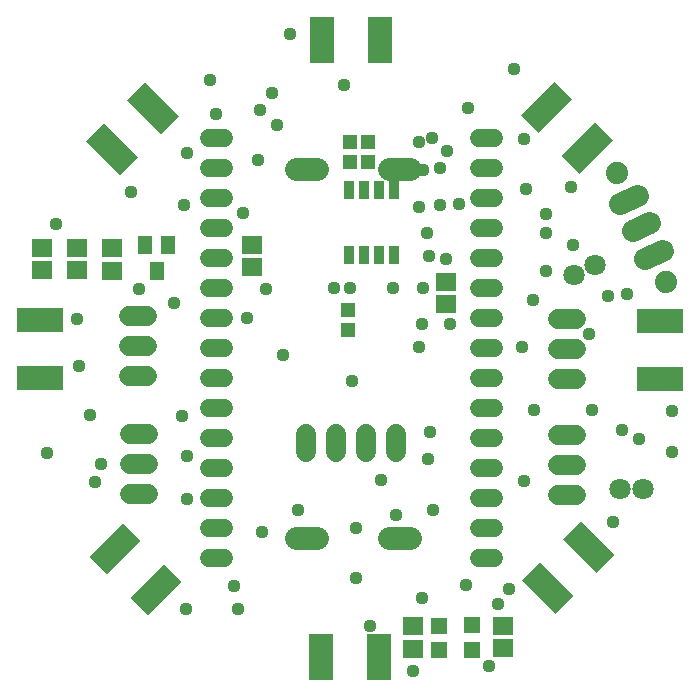
<source format=gbr>
G04 EAGLE Gerber RS-274X export*
G75*
%MOMM*%
%FSLAX34Y34*%
%LPD*%
%INSoldermask Top*%
%IPPOS*%
%AMOC8*
5,1,8,0,0,1.08239X$1,22.5*%
G01*
%ADD10C,1.727200*%
%ADD11R,2.133600X4.013200*%
%ADD12R,4.013200X2.133600*%
%ADD13C,1.511200*%
%ADD14C,1.981200*%
%ADD15C,1.803200*%
%ADD16R,1.703200X1.503200*%
%ADD17R,0.903200X1.503200*%
%ADD18R,1.303200X1.203200*%
%ADD19R,1.203200X1.303200*%
%ADD20R,1.403200X1.403200*%
%ADD21C,1.853200*%
%ADD22C,1.879600*%
%ADD23R,1.203200X1.603200*%
%ADD24C,1.117600*%


D10*
X-65989Y322686D02*
X-50749Y322686D01*
X-50749Y297286D02*
X-65989Y297286D01*
X-65989Y271886D02*
X-50749Y271886D01*
X296418Y269566D02*
X311658Y269566D01*
X311658Y294966D02*
X296418Y294966D01*
X296418Y320366D02*
X311658Y320366D01*
X83869Y222654D02*
X83869Y207414D01*
X109269Y207414D02*
X109269Y222654D01*
X134669Y222654D02*
X134669Y207414D01*
X160069Y207414D02*
X160069Y222654D01*
X-50673Y171953D02*
X-65913Y171953D01*
X-65913Y197353D02*
X-50673Y197353D01*
X-50673Y222753D02*
X-65913Y222753D01*
X296880Y171100D02*
X312120Y171100D01*
X312120Y196500D02*
X296880Y196500D01*
X296880Y221900D02*
X312120Y221900D01*
D11*
X96765Y556736D03*
X145787Y556736D03*
D12*
G36*
X265177Y493059D02*
X293554Y521436D01*
X308641Y506349D01*
X280264Y477972D01*
X265177Y493059D01*
G37*
G36*
X299841Y458396D02*
X328218Y486773D01*
X343305Y471686D01*
X314928Y443309D01*
X299841Y458396D01*
G37*
X382884Y318460D03*
X382884Y269438D03*
G36*
X316125Y148998D02*
X344502Y120621D01*
X329415Y105534D01*
X301038Y133911D01*
X316125Y148998D01*
G37*
G36*
X281462Y114334D02*
X309839Y85957D01*
X294752Y70870D01*
X266375Y99247D01*
X281462Y114334D01*
G37*
D11*
X145218Y34449D03*
X96196Y34449D03*
D12*
G36*
X-22083Y97779D02*
X-50460Y69402D01*
X-65547Y84489D01*
X-37170Y112866D01*
X-22083Y97779D01*
G37*
G36*
X-56747Y132443D02*
X-85124Y104066D01*
X-100211Y119153D01*
X-71834Y147530D01*
X-56747Y132443D01*
G37*
X-141441Y270707D03*
X-141441Y319729D03*
G36*
X-74035Y442334D02*
X-102412Y470711D01*
X-87325Y485798D01*
X-58948Y457421D01*
X-74035Y442334D01*
G37*
G36*
X-39371Y476998D02*
X-67748Y505375D01*
X-52661Y520462D01*
X-24284Y492085D01*
X-39371Y476998D01*
G37*
D13*
X966Y473201D02*
X14046Y473201D01*
X14046Y447801D02*
X966Y447801D01*
X966Y422401D02*
X14046Y422401D01*
X14046Y397001D02*
X966Y397001D01*
X966Y371601D02*
X14046Y371601D01*
X14046Y346201D02*
X966Y346201D01*
X966Y320801D02*
X14046Y320801D01*
X14046Y295401D02*
X966Y295401D01*
X966Y270001D02*
X14046Y270001D01*
X14046Y244601D02*
X966Y244601D01*
X966Y219201D02*
X14046Y219201D01*
X14046Y193801D02*
X966Y193801D01*
X966Y168401D02*
X14046Y168401D01*
X14046Y143001D02*
X966Y143001D01*
X966Y117601D02*
X14046Y117601D01*
X229566Y473201D02*
X242646Y473201D01*
X242646Y447801D02*
X229566Y447801D01*
X229566Y422401D02*
X242646Y422401D01*
X242646Y397001D02*
X229566Y397001D01*
X229566Y371601D02*
X242646Y371601D01*
X242646Y346201D02*
X229566Y346201D01*
X229566Y320801D02*
X242646Y320801D01*
X242646Y295401D02*
X229566Y295401D01*
X229566Y270001D02*
X242646Y270001D01*
X242646Y244601D02*
X229566Y244601D01*
X229566Y219201D02*
X242646Y219201D01*
X242646Y193801D02*
X229566Y193801D01*
X229566Y168401D02*
X242646Y168401D01*
X242646Y143001D02*
X229566Y143001D01*
X229566Y117601D02*
X242646Y117601D01*
D14*
X92683Y134953D02*
X74903Y134953D01*
X74903Y447063D02*
X92683Y447063D01*
X153645Y134953D02*
X171425Y134953D01*
X171425Y447063D02*
X153645Y447063D01*
D15*
X310329Y357684D03*
X328499Y366042D03*
D16*
X37457Y383056D03*
X37457Y364056D03*
X-80420Y361060D03*
X-80420Y380060D03*
X-110270Y380770D03*
X-110270Y361770D03*
X-140380Y380670D03*
X-140380Y361670D03*
D17*
X144850Y374500D03*
X157550Y374500D03*
X132150Y374500D03*
X119450Y374500D03*
X144850Y429500D03*
X157550Y429500D03*
X132150Y429500D03*
X119450Y429500D03*
D16*
X173928Y60086D03*
X173928Y41086D03*
X249900Y60700D03*
X249900Y41700D03*
D18*
X135600Y470300D03*
X135600Y453300D03*
D19*
X119000Y328000D03*
X119000Y311000D03*
X120600Y453200D03*
X120600Y470200D03*
D20*
X195911Y39768D03*
X195911Y60768D03*
X224300Y39900D03*
X224300Y60900D03*
D21*
X370247Y371368D02*
X385321Y378079D01*
X374989Y401283D02*
X359916Y394572D01*
X349585Y417776D02*
X364658Y424487D01*
D22*
X388115Y351519D03*
X346790Y444335D03*
D23*
X-43000Y361000D03*
X-52500Y383000D03*
X-33500Y383000D03*
D16*
X201700Y351800D03*
X201700Y332800D03*
D15*
X369100Y176600D03*
X349100Y176600D03*
D24*
X159800Y154700D03*
X146900Y183900D03*
X219100Y95000D03*
X245700Y79300D03*
X255500Y92000D03*
X76800Y158400D03*
X205300Y316300D03*
X269500Y430500D03*
X178900Y296300D03*
X-95500Y182500D03*
X-17300Y204600D03*
X-108400Y280200D03*
X-99800Y238900D03*
X-58100Y345900D03*
X-20200Y417100D03*
X-17000Y461000D03*
X323300Y307900D03*
X326000Y243400D03*
X276200Y243100D03*
X393500Y242800D03*
X179300Y414800D03*
X182200Y446900D03*
X54500Y512000D03*
X267800Y472400D03*
X259600Y531600D03*
X2500Y522500D03*
X287000Y360600D03*
X220200Y498800D03*
X181300Y315800D03*
X-65000Y428000D03*
X122000Y267500D03*
X-16900Y168100D03*
X70000Y562000D03*
X-128100Y401100D03*
X343000Y148500D03*
X393400Y207800D03*
X213400Y418000D03*
X308200Y432100D03*
X179100Y470600D03*
X268200Y183000D03*
X29900Y409900D03*
X351400Y226100D03*
X25900Y75100D03*
X-135500Y207000D03*
X58800Y484700D03*
X186000Y393100D03*
X33500Y321000D03*
X266600Y296300D03*
X276000Y336500D03*
X190900Y158700D03*
X126000Y101000D03*
X46000Y140100D03*
X126100Y143600D03*
X-18500Y74500D03*
X355000Y341500D03*
X49200Y345700D03*
X173900Y22200D03*
X137600Y60800D03*
X202200Y370800D03*
X309700Y382700D03*
X238400Y26500D03*
X365000Y219000D03*
X64000Y290000D03*
X-90000Y197500D03*
X44400Y497200D03*
X107500Y346500D03*
X22500Y94300D03*
X7500Y493500D03*
X43100Y454800D03*
X196500Y448000D03*
X196500Y416500D03*
X-21500Y238000D03*
X190500Y473300D03*
X-28500Y333500D03*
X202500Y463000D03*
X188500Y224500D03*
X186500Y201500D03*
X-110100Y320100D03*
X181600Y84200D03*
X115400Y518300D03*
X182600Y346700D03*
X120500Y346500D03*
X157500Y346500D03*
X339200Y340184D03*
X286500Y409500D03*
X187500Y373500D03*
X286800Y393500D03*
M02*

</source>
